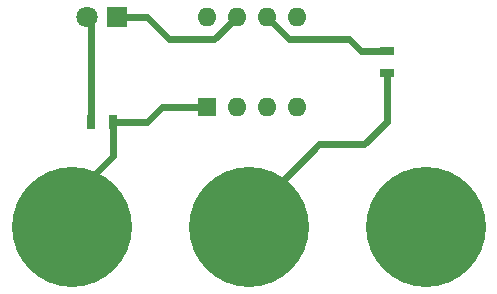
<source format=gbr>
G04 #@! TF.FileFunction,Copper,L1,Top,Signal*
%FSLAX46Y46*%
G04 Gerber Fmt 4.6, Leading zero omitted, Abs format (unit mm)*
G04 Created by KiCad (PCBNEW 4.0.5) date Friday, March 24, 2017 'PMt' 10:18:35 PM*
%MOMM*%
%LPD*%
G01*
G04 APERTURE LIST*
%ADD10C,0.100000*%
%ADD11R,1.800000X1.800000*%
%ADD12C,1.800000*%
%ADD13R,1.600000X1.600000*%
%ADD14O,1.600000X1.600000*%
%ADD15C,10.160000*%
%ADD16R,1.300000X0.700000*%
%ADD17R,0.700000X1.300000*%
%ADD18C,0.600000*%
G04 APERTURE END LIST*
D10*
D11*
X146050000Y-71120000D03*
D12*
X143510000Y-71120000D03*
D13*
X153670000Y-78740000D03*
D14*
X161290000Y-71120000D03*
X156210000Y-78740000D03*
X158750000Y-71120000D03*
X158750000Y-78740000D03*
X156210000Y-71120000D03*
X161290000Y-78740000D03*
X153670000Y-71120000D03*
D15*
X142240000Y-88900000D03*
X172210000Y-88900000D03*
X157230000Y-88900000D03*
D16*
X168910000Y-73980000D03*
X168910000Y-75880000D03*
D17*
X143830000Y-80010000D03*
X145730000Y-80010000D03*
D18*
X145730000Y-80010000D02*
X148590000Y-80010000D01*
X149860000Y-78740000D02*
X153670000Y-78740000D01*
X148590000Y-80010000D02*
X149860000Y-78740000D01*
X142240000Y-88900000D02*
X142240000Y-86360000D01*
X142240000Y-86360000D02*
X145730000Y-82870000D01*
X145730000Y-82870000D02*
X145730000Y-80010000D01*
X158750000Y-71120000D02*
X160655000Y-73025000D01*
X166690000Y-73980000D02*
X168910000Y-73980000D01*
X165735000Y-73025000D02*
X166690000Y-73980000D01*
X160655000Y-73025000D02*
X165735000Y-73025000D01*
X147955000Y-71120000D02*
X148590000Y-71120000D01*
X148590000Y-71120000D02*
X150495000Y-73025000D01*
X154305000Y-73025000D02*
X156210000Y-71120000D01*
X150495000Y-73025000D02*
X154305000Y-73025000D01*
X146050000Y-71120000D02*
X147955000Y-71120000D01*
X157230000Y-88900000D02*
X157230000Y-87880000D01*
X157230000Y-87880000D02*
X163195000Y-81915000D01*
X163195000Y-81915000D02*
X167005000Y-81915000D01*
X167005000Y-81915000D02*
X168910000Y-80010000D01*
X168910000Y-80010000D02*
X168910000Y-75880000D01*
X143830000Y-80010000D02*
X143830000Y-71440000D01*
X143830000Y-71440000D02*
X143510000Y-71120000D01*
M02*

</source>
